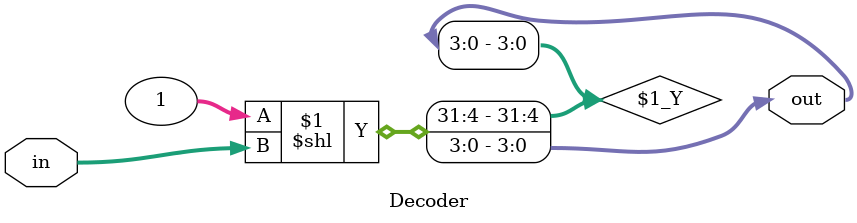
<source format=sv>
module Decoder #(parameter SIZE=2, parameter OUT_SZ=4) (
  input [SIZE-1: 0] in,
  output [OUT_SZ-1: 0] out
);
  assign out = 1 << in;
endmodule
</source>
